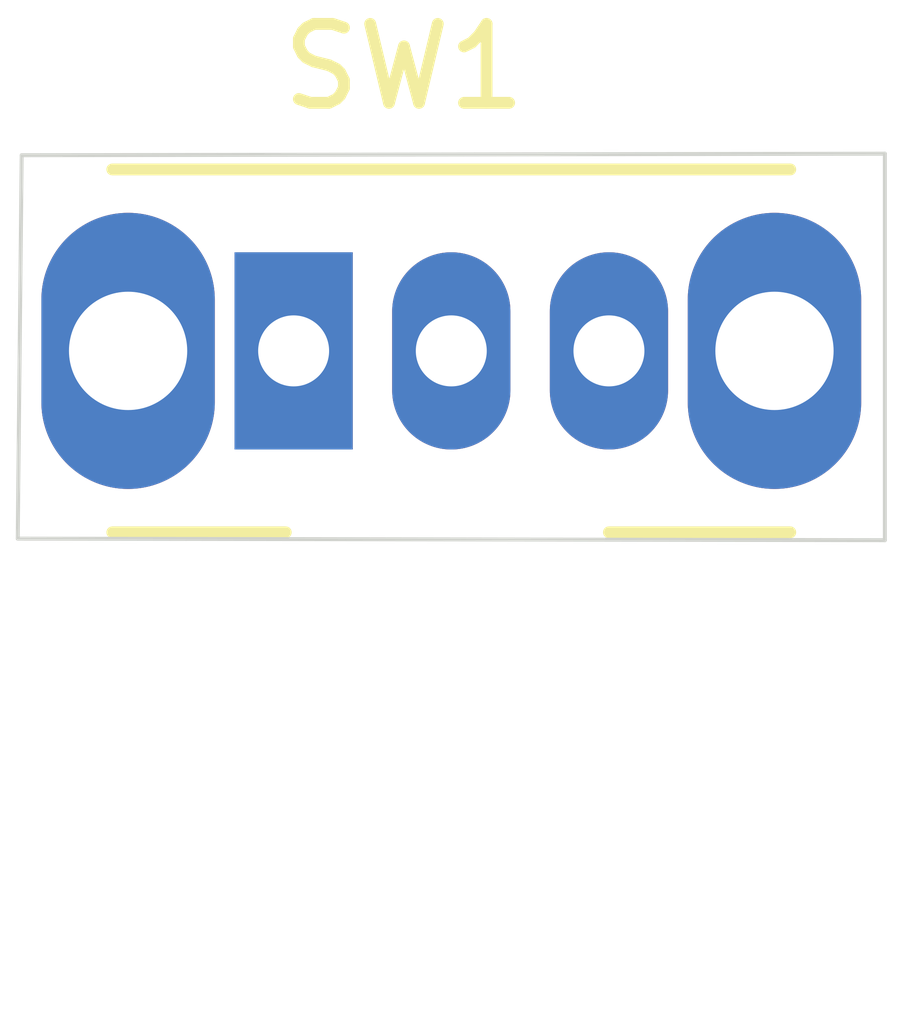
<source format=kicad_pcb>
(kicad_pcb (version 20171130) (host pcbnew 5.1.6)

  (general
    (thickness 1.6)
    (drawings 4)
    (tracks 0)
    (zones 0)
    (modules 1)
    (nets 4)
  )

  (page A4)
  (layers
    (0 F.Cu signal)
    (31 B.Cu signal)
    (32 B.Adhes user)
    (33 F.Adhes user)
    (34 B.Paste user)
    (35 F.Paste user)
    (36 B.SilkS user)
    (37 F.SilkS user)
    (38 B.Mask user)
    (39 F.Mask user)
    (40 Dwgs.User user)
    (41 Cmts.User user)
    (42 Eco1.User user)
    (43 Eco2.User user)
    (44 Edge.Cuts user)
    (45 Margin user)
    (46 B.CrtYd user)
    (47 F.CrtYd user)
    (48 B.Fab user)
    (49 F.Fab user)
  )

  (setup
    (last_trace_width 0.25)
    (trace_clearance 0.2)
    (zone_clearance 0.508)
    (zone_45_only no)
    (trace_min 0.2)
    (via_size 0.8)
    (via_drill 0.4)
    (via_min_size 0.4)
    (via_min_drill 0.3)
    (uvia_size 0.3)
    (uvia_drill 0.1)
    (uvias_allowed no)
    (uvia_min_size 0.2)
    (uvia_min_drill 0.1)
    (edge_width 0.05)
    (segment_width 0.2)
    (pcb_text_width 0.3)
    (pcb_text_size 1.5 1.5)
    (mod_edge_width 0.12)
    (mod_text_size 1 1)
    (mod_text_width 0.15)
    (pad_size 1.524 1.524)
    (pad_drill 0.762)
    (pad_to_mask_clearance 0.05)
    (aux_axis_origin 0 0)
    (visible_elements FFFFFF7F)
    (pcbplotparams
      (layerselection 0x010fc_ffffffff)
      (usegerberextensions false)
      (usegerberattributes true)
      (usegerberadvancedattributes true)
      (creategerberjobfile true)
      (excludeedgelayer true)
      (linewidth 0.100000)
      (plotframeref false)
      (viasonmask false)
      (mode 1)
      (useauxorigin false)
      (hpglpennumber 1)
      (hpglpenspeed 20)
      (hpglpendiameter 15.000000)
      (psnegative false)
      (psa4output false)
      (plotreference true)
      (plotvalue true)
      (plotinvisibletext false)
      (padsonsilk false)
      (subtractmaskfromsilk false)
      (outputformat 1)
      (mirror false)
      (drillshape 1)
      (scaleselection 1)
      (outputdirectory ""))
  )

  (net 0 "")
  (net 1 "Net-(SW1-Pad1)")
  (net 2 "Net-(SW1-Pad2)")
  (net 3 "Net-(SW1-Pad3)")

  (net_class Default "This is the default net class."
    (clearance 0.2)
    (trace_width 0.25)
    (via_dia 0.8)
    (via_drill 0.4)
    (uvia_dia 0.3)
    (uvia_drill 0.1)
    (add_net "Net-(SW1-Pad1)")
    (add_net "Net-(SW1-Pad2)")
    (add_net "Net-(SW1-Pad3)")
  )

  (module Button_Switch_THT:SW_CuK_OS102011MA1QN1_SPDT_Angled (layer F.Cu) (tedit 5A02FE31) (tstamp 5FFB287D)
    (at 114.52 69.1)
    (descr "CuK miniature slide switch, OS series, SPDT, right angle, http://www.ckswitches.com/media/1428/os.pdf")
    (tags "switch SPDT")
    (path /5FFC048A)
    (fp_text reference SW1 (at 1.4 -3.6) (layer F.SilkS)
      (effects (font (size 1 1) (thickness 0.15)))
    )
    (fp_text value SW_SPDT (at 1.7 7.7) (layer F.Fab)
      (effects (font (size 1 1) (thickness 0.15)))
    )
    (fp_line (start -2.3 -2.2) (end 6.3 -2.2) (layer F.Fab) (width 0.1))
    (fp_line (start -2.3 -2.2) (end -2.3 2.2) (layer F.Fab) (width 0.1))
    (fp_line (start -2.3 2.2) (end 6.3 2.2) (layer F.Fab) (width 0.1))
    (fp_line (start 6.3 2.2) (end 6.3 -2.2) (layer F.Fab) (width 0.1))
    (fp_line (start 2 2.2) (end 2 6.2) (layer F.Fab) (width 0.1))
    (fp_line (start 2 6.2) (end 0 6.2) (layer F.Fab) (width 0.1))
    (fp_line (start 0 6.2) (end 0 2.2) (layer F.Fab) (width 0.1))
    (fp_line (start -2.3 -2.3) (end 6.3 -2.3) (layer F.SilkS) (width 0.15))
    (fp_line (start -2.3 2.3) (end -0.1 2.3) (layer F.SilkS) (width 0.15))
    (fp_line (start 4 2.3) (end 6.3 2.3) (layer F.SilkS) (width 0.15))
    (fp_line (start 7.7 -2.7) (end 7.7 6.7) (layer F.CrtYd) (width 0.05))
    (fp_line (start 7.7 6.7) (end -3.7 6.7) (layer F.CrtYd) (width 0.05))
    (fp_line (start -3.7 6.7) (end -3.7 -2.7) (layer F.CrtYd) (width 0.05))
    (fp_line (start -3.7 -2.7) (end 7.7 -2.7) (layer F.CrtYd) (width 0.05))
    (fp_text user %R (at 2.3 1.7) (layer F.Fab)
      (effects (font (size 0.5 0.5) (thickness 0.1)))
    )
    (pad 1 thru_hole rect (at 0 0) (size 1.5 2.5) (drill 0.9) (layers *.Cu *.Mask)
      (net 1 "Net-(SW1-Pad1)"))
    (pad 2 thru_hole oval (at 2 0) (size 1.5 2.5) (drill 0.9) (layers *.Cu *.Mask)
      (net 2 "Net-(SW1-Pad2)"))
    (pad 3 thru_hole oval (at 4 0) (size 1.5 2.5) (drill 0.9) (layers *.Cu *.Mask)
      (net 3 "Net-(SW1-Pad3)"))
    (pad "" thru_hole oval (at -2.1 0) (size 2.2 3.5) (drill 1.5) (layers *.Cu *.Mask))
    (pad "" thru_hole oval (at 6.1 0) (size 2.2 3.5) (drill 1.5) (layers *.Cu *.Mask))
    (model /usr/share/kicad/smisioto/packages3d/switch/switch_mmp122-r.wrl
      (offset (xyz 2 -1 0))
      (scale (xyz 1.5 1.5 1.5))
      (rotate (xyz 0 0 180))
    )
  )

  (gr_line (start 111.02 71.48) (end 111.07 66.62) (layer Edge.Cuts) (width 0.05) (tstamp 5FFACF3D))
  (gr_line (start 122.02 71.5) (end 111.02 71.48) (layer Edge.Cuts) (width 0.05))
  (gr_line (start 122.02 66.6) (end 122.02 71.5) (layer Edge.Cuts) (width 0.05))
  (gr_line (start 111.07 66.62) (end 122.02 66.6) (layer Edge.Cuts) (width 0.05))

)

</source>
